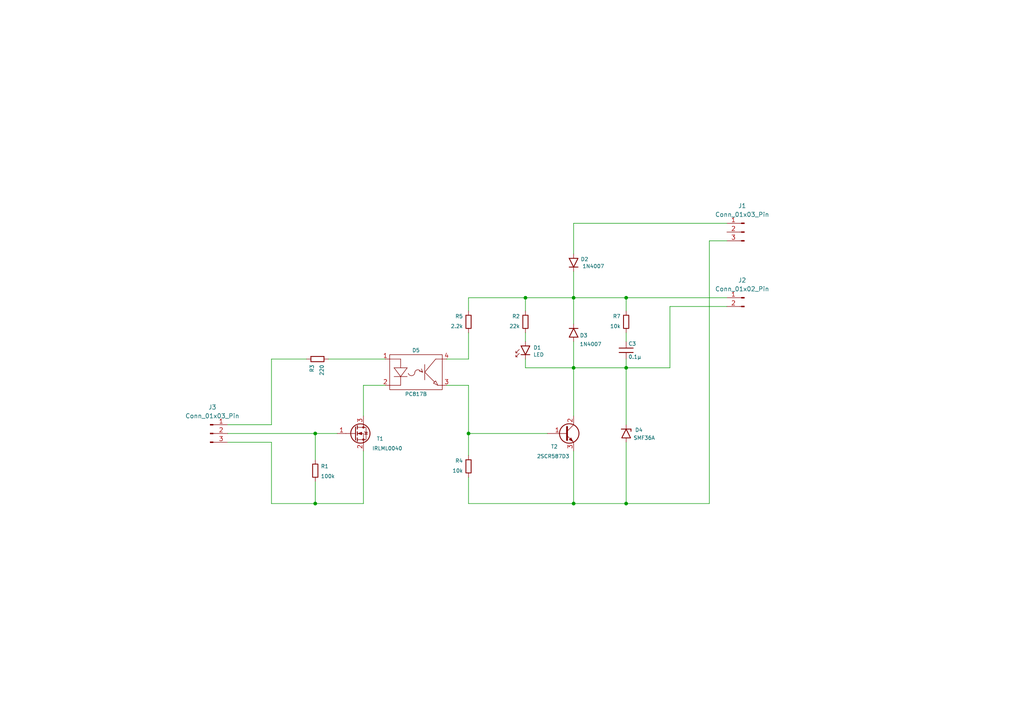
<source format=kicad_sch>
(kicad_sch (version 20231120) (generator "eeschema") (generator_version "8.0")
  (paper "A4")
  (lib_symbols
    (symbol "Connector:Conn_01x02_Pin" (pin_names (offset 1.016) hide)
      (property "Reference" "J" (at 0 2.54 0))
      (property "Value" "Conn_01x02_Pin" (at 0 -5.08 0))
      (symbol "Conn_01x02_Pin_1_1"
        (polyline (pts (xy 1.27 -2.54) (xy 0.8636 -2.54)) (stroke (width 0.1524)))
        (polyline (pts (xy 1.27 0) (xy 0.8636 0)) (stroke (width 0.1524)))
        (rectangle (start 0.8636 -2.413) (end 0 -2.667) (stroke (width 0.1524)) (fill (type outline)))
        (rectangle (start 0.8636 0.127) (end 0 -0.127) (stroke (width 0.1524)) (fill (type outline)))
        (pin passive line (at 5.08 0 180) (length 3.81) (name "Pin_1") (number "1"))
        (pin passive line (at 5.08 -2.54 180) (length 3.81) (name "Pin_2") (number "2"))
      )
    )
    (symbol "Connector:Conn_01x03_Pin" (pin_names (offset 1.016) hide)
      (property "Reference" "J" (at 0 5.08 0))
      (property "Value" "Conn_01x03_Pin" (at 0 -5.08 0))
      (symbol "Conn_01x03_Pin_1_1"
        (polyline (pts (xy 1.27 -2.54) (xy 0.8636 -2.54)) (stroke (width 0.1524)))
        (polyline (pts (xy 1.27 0) (xy 0.8636 0)) (stroke (width 0.1524)))
        (polyline (pts (xy 1.27 2.54) (xy 0.8636 2.54)) (stroke (width 0.1524)))
        (rectangle (start 0.8636 -2.413) (end 0 -2.667) (stroke (width 0.1524)) (fill (type outline)))
        (rectangle (start 0.8636 0.127) (end 0 -0.127) (stroke (width 0.1524)) (fill (type outline)))
        (rectangle (start 0.8636 2.667) (end 0 2.413) (stroke (width 0.1524)) (fill (type outline)))
        (pin passive line (at 5.08 2.54 180) (length 3.81) (name "Pin_1") (number "1"))
        (pin passive line (at 5.08 0 180) (length 3.81) (name "Pin_2") (number "2"))
        (pin passive line (at 5.08 -2.54 180) (length 3.81) (name "Pin_3") (number "3"))
      )
    )
    (symbol "SOD-123/Diode_1" (pin_numbers hide) (pin_names hide)
      (property "Reference" "D" (at 3.81 -1.27 0))
      (symbol "SOD-123/Diode_1_0_1"
        (polyline (pts (xy 0 -3.81) (xy 2.54 -3.81)) (stroke (width 0.254)))
        (polyline (pts (xy 0 -1.27) (xy 2.54 -1.27) (xy 1.27 -3.81) (xy 0 -1.27)) (stroke (width 0.254)))
      )
      (symbol "SOD-123/Diode_1_1_1"
        (pin passive line (at 1.27 -5.08 90) (length 1.27) (name "K") (number "1"))
        (pin passive line (at 1.27 0 270) (length 1.27) (name "A") (number "2"))
      )
    )
    (symbol "Secoh:0805/C" (pin_numbers hide) (pin_names hide)
      (property "Reference" "C" (at 4.699 -1.651 0))
      (symbol "0805/C_1_1"
        (polyline (pts (xy -0.762 -3.175) (xy 3.302 -3.175)) (stroke (width 0.254)))
        (polyline (pts (xy -0.762 -1.905) (xy 3.302 -1.905)) (stroke (width 0.254)))
        (pin passive line (at 1.27 0 270) (length 1.778) (name "~") (number "1"))
        (pin passive line (at 1.27 -5.08 90) (length 1.778) (name "~") (number "2"))
      )
    )
    (symbol "Secoh:0805/LED" (pin_numbers hide) (pin_names hide)
      (property "Reference" "D" (at 3.81 -1.27 0))
      (symbol "0805/LED_0_1"
        (polyline (pts (xy -1.524 -4.445) (xy -1.016 -4.445)))
        (polyline (pts (xy -1.524 -3.302) (xy -1.016 -3.302)))
        (polyline (pts (xy 0 -3.81) (xy 2.54 -3.81)) (stroke (width 0.254)))
        (polyline (pts (xy -0.508 -3.429) (xy -1.524 -4.445) (xy -1.524 -3.937)))
        (polyline (pts (xy -0.508 -2.286) (xy -1.524 -3.302) (xy -1.524 -2.794)))
        (polyline (pts (xy 0 -1.27) (xy 2.54 -1.27) (xy 1.27 -3.81) (xy 0 -1.27)) (stroke (width 0.254)))
      )
      (symbol "0805/LED_1_1"
        (pin passive line (at 1.27 -5.08 90) (length 1.27) (name "K") (number "1"))
        (pin passive line (at 1.27 0 270) (length 1.27) (name "A") (number "2"))
      )
    )
    (symbol "Secoh:0805/R" (pin_numbers hide) (pin_names hide)
      (property "Reference" "R" (at 3.302 -3.81 0))
      (symbol "0805/R_0_1"
        (rectangle (start 0.508 -2.54) (end 2.032 -6.35) (stroke (width 0.254)))
      )
      (symbol "0805/R_1_1"
        (pin passive line (at 1.27 -1.27 270) (length 1.27) (name "~") (number "1"))
        (pin passive line (at 1.27 -7.62 90) (length 1.27) (name "~") (number "2"))
      )
    )
    (symbol "Secoh:N-chan/IRLML0040_SOT-23" (pin_names hide)
      (property "Reference" "T" (at 5.08 1.27 0))
      (symbol "N-chan/IRLML0040_SOT-23_0_1"
        (polyline (pts (xy 0.254 0) (xy -2.54 0)))
        (polyline (pts (xy 0.254 1.905) (xy 0.254 -1.905)) (stroke (width 0.254)))
        (polyline (pts (xy 0.762 -1.27) (xy 0.762 -2.286)) (stroke (width 0.254)))
        (polyline (pts (xy 0.762 0.508) (xy 0.762 -0.508)) (stroke (width 0.254)))
        (polyline (pts (xy 0.762 2.286) (xy 0.762 1.27)) (stroke (width 0.254)))
        (polyline (pts (xy 2.54 2.54) (xy 2.54 1.778)))
        (polyline (pts (xy 2.54 -2.54) (xy 2.54 0) (xy 0.762 0)))
        (polyline (pts (xy 0.762 -1.778) (xy 3.302 -1.778) (xy 3.302 1.778) (xy 0.762 1.778)))
        (polyline (pts (xy 1.016 0) (xy 2.032 0.381) (xy 2.032 -0.381) (xy 1.016 0)) (fill (type outline)))
        (polyline (pts (xy 2.794 0.508) (xy 2.921 0.381) (xy 3.683 0.381) (xy 3.81 0.254)))
        (polyline (pts (xy 3.302 0.381) (xy 2.921 -0.254) (xy 3.683 -0.254) (xy 3.302 0.381)))
        (circle (center 1.651 0) (radius 2.794) (stroke (width 0.254)))
        (circle (center 2.54 -1.778) (radius 0.254) (fill (type outline)))
        (circle (center 2.54 1.778) (radius 0.254) (fill (type outline)))
      )
      (symbol "N-chan/IRLML0040_SOT-23_1_1"
        (pin input line (at -5.08 0 0) (length 2.54) (name "G") (number "1"))
        (pin passive line (at 2.54 -5.08 90) (length 2.54) (name "S") (number "2"))
        (pin passive line (at 2.54 5.08 270) (length 2.54) (name "D") (number "3"))
      )
    )
    (symbol "Secoh:NPN/2SCR587D3" (pin_names hide)
      (property "Reference" "T" (at 5.08 1.27 0))
      (symbol "NPN/2SCR587D3_0_1"
        (polyline (pts (xy 0.635 0.635) (xy 2.54 2.54)))
        (polyline (pts (xy 0.635 -0.635) (xy 2.54 -2.54) (xy 2.54 -2.54)))
        (polyline (pts (xy 0.635 1.905) (xy 0.635 -1.905) (xy 0.635 -1.905)) (stroke (width 0.508)))
        (polyline (pts (xy 1.27 -1.778) (xy 1.778 -1.27) (xy 2.286 -2.286) (xy 1.27 -1.778) (xy 1.27 -1.778)) (fill (type outline)))
        (circle (center 1.27 0) (radius 2.8194) (stroke (width 0.254)))
      )
      (symbol "NPN/2SCR587D3_1_1"
        (pin input line (at -5.08 0 0) (length 5.715) (name "B") (number "1"))
        (pin passive line (at 2.54 5.08 270) (length 2.54) (name "C") (number "2"))
        (pin passive line (at 2.54 -5.08 90) (length 2.54) (name "E") (number "3"))
      )
    )
    (symbol "Secoh:Optos/PC817B"
      (property "Reference" "D5" (at 0 6.35 0))
      (property "Value" "PC817B" (at 0 -6.35 0))
      (symbol "Optos/PC817B_0_0"
        (rectangle (start -7.62 5.08) (end 7.62 -5.08) (stroke (width 0.1524)))
        (arc (start -2.2352 -0.3302) (mid -1.1026 -1.0063) (end -0.3302 0) (stroke (width 0.1524)))
        (polyline (pts (xy -6.35 1.27) (xy -4.445 -1.27)) (stroke (width 0.1524)))
        (polyline (pts (xy -4.445 -3.81) (xy -8.89 -3.81)) (stroke (width 0.1524)))
        (polyline (pts (xy -4.445 -3.81) (xy -4.445 -1.27)) (stroke (width 0.1524)))
        (polyline (pts (xy -4.445 3.81) (xy -8.89 3.81)) (stroke (width 0.1524)))
        (polyline (pts (xy -4.445 3.81) (xy -4.445 1.27)) (stroke (width 0.1524)))
        (polyline (pts (xy -2.54 -1.27) (xy -6.35 -1.27)) (stroke (width 0.1524)))
        (polyline (pts (xy -2.54 1.27) (xy -6.35 1.27)) (stroke (width 0.1524)))
        (polyline (pts (xy -2.54 1.27) (xy -4.445 -1.27)) (stroke (width 0.1524)))
        (polyline (pts (xy 0.9652 0.3302) (xy 1.905 0)) (stroke (width 0.1524)))
        (polyline (pts (xy 1.6002 0.9652) (xy 1.905 0)) (stroke (width 0.1524)))
        (polyline (pts (xy 1.905 0) (xy 1.6002 0.3302)) (stroke (width 0.1524)))
        (polyline (pts (xy 2.54 -2.2352) (xy 2.54 2.2352)) (stroke (width 0.1524)))
        (polyline (pts (xy 5.08 -3.175) (xy 6.35 -3.81)) (stroke (width 0.1524)))
        (polyline (pts (xy 5.4102 -2.8702) (xy 2.54 0)) (stroke (width 0.1524)))
        (polyline (pts (xy 5.715 -2.54) (xy 5.08 -3.175)) (stroke (width 0.1524)))
        (polyline (pts (xy 5.715 -2.54) (xy 6.35 -3.81)) (stroke (width 0.1524)))
        (polyline (pts (xy 5.715 3.81) (xy 2.54 0)) (stroke (width 0.1524)))
        (polyline (pts (xy 5.715 3.81) (xy 8.89 3.81)) (stroke (width 0.1524)))
        (polyline (pts (xy 6.35 -3.81) (xy 8.89 -3.81)) (stroke (width 0.1524)))
        (arc (start 1.27 0.3302) (mid 0.465 0.6952) (end -0.3302 0) (stroke (width 0.1524)))
      )
      (symbol "Optos/PC817B_1_0"
        (pin passive line (at -8.89 3.81 0) (length 0.0005) (name "D+") (number "1"))
        (pin passive line (at -8.89 -3.81 0) (length 0.0005) (name "D-") (number "2"))
        (pin passive line (at 8.89 -3.81 180) (length 0.0005) (name "C") (number "3"))
        (pin passive line (at 8.89 3.81 180) (length 0.0005) (name "C") (number "4"))
      )
    )
    (symbol "Secoh:SOD-123/Diode" (pin_numbers hide) (pin_names hide)
      (property "Reference" "D" (at 3.81 -1.27 0))
      (symbol "SOD-123/Diode_0_1"
        (polyline (pts (xy 0 -3.81) (xy 2.54 -3.81)) (stroke (width 0.254)))
        (polyline (pts (xy 0 -1.27) (xy 2.54 -1.27) (xy 1.27 -3.81) (xy 0 -1.27)) (stroke (width 0.254)))
      )
      (symbol "SOD-123/Diode_1_1"
        (pin passive line (at 1.27 -5.08 90) (length 1.27) (name "K") (number "1"))
        (pin passive line (at 1.27 0 270) (length 1.27) (name "A") (number "2"))
      )
    )
    (symbol "Secoh:SOD-123/Zener" (pin_numbers hide) (pin_names hide)
      (property "Reference" "D" (at 3.81 -1.27 0))
      (symbol "SOD-123/Zener_0_1"
        (polyline (pts (xy -0.127 -3.81) (xy 2.667 -3.81)) (stroke (width 0.254)))
        (polyline (pts (xy 0 -1.27) (xy 2.54 -1.27) (xy 1.27 -3.81) (xy 0 -1.27)) (stroke (width 0.254)))
      )
      (symbol "SOD-123/Zener_1_1"
        (polyline (pts (xy -0.127 -3.81) (xy -0.127 -3.175)) (stroke (width 0.254)))
        (pin passive line (at 1.27 -5.08 90) (length 1.27) (name "K") (number "1"))
        (pin passive line (at 1.27 0 270) (length 1.27) (name "A") (number "2"))
      )
    )
  )
  (junction (at 91.44 125.73))
  (junction (at 152.4 86.36))
  (junction (at 135.89 125.73))
  (junction (at 91.44 146.05))
  (junction (at 181.61 106.68))
  (junction (at 166.37 146.05))
  (junction (at 181.61 146.05))
  (junction (at 166.37 86.36))
  (junction (at 166.37 106.68))
  (junction (at 181.61 86.36))
  (wire (pts (xy 105.41 130.81) (xy 105.41 146.05)))
  (wire (pts (xy 181.61 86.36) (xy 210.82 86.36)))
  (wire (pts (xy 181.61 106.68) (xy 194.31 106.68)))
  (wire (pts (xy 105.41 111.76) (xy 105.41 120.65)))
  (wire (pts (xy 91.44 146.05) (xy 91.44 139.7)) (stroke (width 0.1524)))
  (wire (pts (xy 152.4 106.68) (xy 166.37 106.68)))
  (wire (pts (xy 78.74 104.14) (xy 78.74 123.19)))
  (wire (pts (xy 78.74 104.14) (xy 88.9 104.14)))
  (wire (pts (xy 181.61 146.05) (xy 205.74 146.05)))
  (wire (pts (xy 135.89 86.36) (xy 152.4 86.36)) (stroke (width 0.1524)))
  (wire (pts (xy 135.89 146.05) (xy 166.37 146.05)))
  (wire (pts (xy 181.61 99.06) (xy 181.61 96.52)) (stroke (width 0.1524)))
  (wire (pts (xy 91.44 125.73) (xy 97.79 125.73)))
  (wire (pts (xy 210.82 88.9) (xy 194.31 88.9)))
  (wire (pts (xy 91.44 133.35) (xy 91.44 125.73)) (stroke (width 0.1524)))
  (wire (pts (xy 166.37 106.68) (xy 181.61 106.68)) (stroke (width 0.1524)))
  (wire (pts (xy 210.82 69.85) (xy 205.74 69.85)))
  (wire (pts (xy 135.89 125.73) (xy 135.89 111.76)) (stroke (width 0.1524)))
  (wire (pts (xy 205.74 69.85) (xy 205.74 146.05)))
  (wire (pts (xy 135.89 146.05) (xy 135.89 138.43)))
  (wire (pts (xy 152.4 86.36) (xy 152.4 90.17)))
  (wire (pts (xy 194.31 88.9) (xy 194.31 106.68)))
  (wire (pts (xy 135.89 125.73) (xy 158.75 125.73)) (stroke (width 0.1524)))
  (wire (pts (xy 166.37 130.81) (xy 166.37 146.05)))
  (wire (pts (xy 181.61 106.68) (xy 181.61 104.14)) (stroke (width 0.1524)))
  (wire (pts (xy 78.74 123.19) (xy 66.04 123.19)))
  (wire (pts (xy 129.54 111.76) (xy 135.89 111.76)))
  (wire (pts (xy 166.37 86.36) (xy 166.37 93.98)))
  (wire (pts (xy 78.74 146.05) (xy 78.74 128.27)) (stroke (width 0.1524)))
  (wire (pts (xy 181.61 90.17) (xy 181.61 86.36)) (stroke (width 0.1524)))
  (wire (pts (xy 91.44 146.05) (xy 78.74 146.05)) (stroke (width 0.1524)))
  (wire (pts (xy 166.37 78.74) (xy 166.37 86.36)) (stroke (width 0.1524)))
  (wire (pts (xy 111.76 111.76) (xy 105.41 111.76)) (stroke (width 0.1524)))
  (wire (pts (xy 111.76 104.14) (xy 95.25 104.14)) (stroke (width 0.1524)))
  (wire (pts (xy 91.44 146.05) (xy 105.41 146.05)) (stroke (width 0.1524)))
  (wire (pts (xy 152.4 104.14) (xy 152.4 106.68)))
  (wire (pts (xy 166.37 120.65) (xy 166.37 106.68)) (stroke (width 0.1524)))
  (wire (pts (xy 66.04 128.27) (xy 78.74 128.27)) (stroke (width 0.1524)))
  (wire (pts (xy 166.37 146.05) (xy 181.61 146.05)))
  (wire (pts (xy 181.61 106.68) (xy 181.61 123.19)))
  (wire (pts (xy 66.04 125.73) (xy 91.44 125.73)) (stroke (width 0.1524)))
  (wire (pts (xy 181.61 86.36) (xy 166.37 86.36)) (stroke (width 0.1524)))
  (wire (pts (xy 135.89 86.36) (xy 135.89 90.17)) (stroke (width 0.1524)))
  (wire (pts (xy 129.54 104.14) (xy 135.89 104.14)))
  (wire (pts (xy 166.37 99.06) (xy 166.37 106.68)))
  (wire (pts (xy 152.4 96.52) (xy 152.4 99.06)))
  (wire (pts (xy 166.37 64.77) (xy 166.37 73.66)))
  (wire (pts (xy 135.89 132.08) (xy 135.89 125.73)) (stroke (width 0.1524)))
  (wire (pts (xy 181.61 128.27) (xy 181.61 146.05)))
  (wire (pts (xy 152.4 86.36) (xy 166.37 86.36)) (stroke (width 0.1524)))
  (wire (pts (xy 135.89 104.14) (xy 135.89 96.52)) (stroke (width 0.1524)))
  (wire (pts (xy 210.82 64.77) (xy 166.37 64.77)))
  (symbol (lib_id "Secoh:0805/R") (at 96.52 102.87 270) (unit 1)
    (property "Reference" "R3" (at 90.4748 105.7402 0) (effects (font (size 1.0668 1.0668)) (justify left)))
    (property "Value" "220" (at 93.345 105.7402 0) (effects (font (size 1.0668 1.0668)) (justify left)))
    (property "Footprint" "Resistor_SMD:R_0805_2012Metric_Pad1.20x1.40mm_HandSolder" (effects (hide yes)))
    (property "Sim.Device" "R" (effects (hide yes)))
    (property "Sim.Params" "R=${VALUE}" (effects (hide yes)))
  )
  (symbol (lib_id "Connector:Conn_01x02_Pin") (at 215.9 86.36 0) (mirror y) (unit 1)
    (property "Reference" "J2" (at 215.265 81.28 0))
    (property "Value" "Conn_01x02_Pin" (at 215.265 83.82 0))
    (property "Footprint" "Connector_Molex:Molex_KK-396_A-41791-0002_1x02_P3.96mm_Vertical" (effects (hide yes)))
    (property "Description" "Generic connector, single row, 01x02, script generated" (effects (hide yes)))
  )
  (symbol (lib_id "Secoh:0805/R") (at 137.16 139.7 180) (unit 1)
    (property "Reference" "R4" (at 134.2898 133.6548 0) (effects (font (size 1.0668 1.0668)) (justify left)))
    (property "Value" "10k" (at 134.2898 136.525 0) (effects (font (size 1.0668 1.0668)) (justify left)))
    (property "Footprint" "Resistor_SMD:R_0805_2012Metric_Pad1.20x1.40mm_HandSolder" (effects (hide yes)))
    (property "Sim.Device" "R" (effects (hide yes)))
    (property "Sim.Params" "R=${VALUE}" (effects (hide yes)))
  )
  (symbol (lib_id "Secoh:N-chan/IRLML0040_SOT-23") (at 102.87 125.73 0) (unit 1)
    (property "Reference" "T1" (at 109.22 127.254 0) (effects (font (size 1.0668 1.0668)) (justify left)))
    (property "Value" "IRLML0040" (at 107.95 130.048 0) (effects (font (size 1.0668 1.0668)) (justify left)))
    (property "Footprint" "Package_TO_SOT_SMD:SOT-23_Handsoldering" (effects (hide yes)))
    (property "Description" "N-MOSFET transistor, gate/source/drain" (effects (hide yes)))
    (property "Sim.Device" "SPICE" (effects (hide yes)))
    (property "Sim.Params" "model=\"IRLML0040\"" (effects (hide yes)))
  )
  (symbol (lib_id "Secoh:0805/R") (at 90.17 132.08 0) (unit 1)
    (property "Reference" "R1" (at 93.0402 135.255 0) (effects (font (size 1.0668 1.0668)) (justify left)))
    (property "Value" "100k" (at 93.0402 138.1252 0) (effects (font (size 1.0668 1.0668)) (justify left)))
    (property "Footprint" "Resistor_SMD:R_0805_2012Metric_Pad1.20x1.40mm_HandSolder" (effects (hide yes)))
    (property "Sim.Device" "R" (effects (hide yes)))
    (property "Sim.Params" "R=${VALUE}" (effects (hide yes)))
  )
  (symbol (lib_id "Secoh:0805/C") (at 180.34 99.06 0) (unit 1)
    (property "Reference" "C3" (at 182.245 99.695 0) (effects (font (size 1.0668 1.0668)) (justify left)))
    (property "Value" "0.1µ" (at 182.245 103.505 0) (effects (font (size 1.0668 1.0668)) (justify left)))
    (property "Footprint" "Capacitor_SMD:C_0805_2012Metric_Pad1.18x1.45mm_HandSolder" (effects (hide yes)))
    (property "Sim.Device" "C" (effects (hide yes)))
    (property "Sim.Params" "C=${VALUE}" (effects (hide yes)))
  )
  (symbol (lib_id "Secoh:0805/R") (at 153.67 97.79 180) (unit 1)
    (property "Reference" "R2" (at 150.7998 91.7448 0) (effects (font (size 1.0668 1.0668)) (justify left)))
    (property "Value" "22k" (at 150.7998 94.615 0) (effects (font (size 1.0668 1.0668)) (justify left)))
    (property "Footprint" "Resistor_SMD:R_0805_2012Metric_Pad1.20x1.40mm_HandSolder" (effects (hide yes)))
    (property "Sim.Device" "R" (effects (hide yes)))
    (property "Sim.Params" "R=${VALUE}" (effects (hide yes)))
  )
  (symbol (lib_id "Secoh:Optos/PC817B") (at 120.65 107.95 0) (unit 1)
    (property "Reference" "D5" (at 120.65 101.6 0) (effects (font (size 1.0668 1.0668))))
    (property "Value" "PC817B" (at 120.65 114.3 0) (effects (font (size 1.0668 1.0668))))
    (property "Footprint" "Secoh:APC-817-SL" (effects (hide yes)))
    (property "Value2" "PC817 Igain=1.5m" (effects (hide yes)))
    (property "Sim.Device" "SUBCKT" (effects (hide yes)))
    (property "Sim.Params" "model=\"PC817B\"" (effects (hide yes)))
  )
  (symbol (lib_id "Secoh:0805/R") (at 137.16 97.79 180) (unit 1)
    (property "Reference" "R5" (at 134.2898 91.7448 0) (effects (font (size 1.0668 1.0668)) (justify left)))
    (property "Value" "2.2k" (at 134.2898 94.615 0) (effects (font (size 1.0668 1.0668)) (justify left)))
    (property "Footprint" "Resistor_SMD:R_0805_2012Metric_Pad1.20x1.40mm_HandSolder" (effects (hide yes)))
    (property "Sim.Device" "R" (effects (hide yes)))
    (property "Sim.Params" "R=${VALUE}" (effects (hide yes)))
  )
  (symbol (lib_id "Secoh:SOD-123/Diode") (at 165.1 73.66 0) (unit 1)
    (property "Reference" "D2" (at 168.402 75.184 0) (effects (font (size 1.0668 1.0668)) (justify left)))
    (property "Value" "1N4007" (at 168.91 77.216 0) (effects (font (size 1.0668 1.0668)) (justify left)))
    (property "Footprint" "Secoh:D_SOD-123F_hand_soldering" (effects (hide yes)))
    (property "Datasheet" "http://www.vishay.com/docs/88503/1n4001.pdf" (effects (hide yes)))
    (property "Description" "1000V 1A General Purpose Rectifier Diode, DO-41" (effects (hide yes)))
    (property "Sim.Device" "D" (effects (hide yes)))
    (property "Sim.Params" "model=\"D\"" (effects (hide yes)))
    (property "Sim.Pins" "1=K 2=A" (effects (hide yes)))
  )
  (symbol (lib_id "Secoh:SOD-123/Zener") (at 182.88 128.27 180) (unit 1)
    (property "Reference" "D4" (at 186.436 124.714 0) (effects (font (size 1.0668 1.0668)) (justify left)))
    (property "Value" "SMF36A" (at 189.992 127 0) (effects (font (size 1.0668 1.0668)) (justify left)))
    (property "Footprint" "Secoh:D_SOD-123F_hand_soldering" (effects (hide yes)))
    (property "Datasheet" "https://www.vishay.com/doc?85881" (effects (hide yes)))
    (property "Description" "200W unidirectional Transil Transient Voltage Suppressor, 36Vrwm, SMF" (effects (hide yes)))
    (property "Sim.Device" "SPICE" (effects (hide yes)))
    (property "Sim.Params" "model=\"TFZV36B\"" (effects (hide yes)))
  )
  (symbol (lib_id "Secoh:0805/LED") (at 151.13 99.06 0) (unit 1)
    (property "Reference" "D1" (at 154.686 100.838 0) (effects (font (size 1.0668 1.0668)) (justify left)))
    (property "Value" "LED" (at 154.686 102.87 0) (effects (font (size 1.0668 1.0668)) (justify left)))
    (property "Footprint" "Secoh:LED_0805" (effects (hide yes)))
    (property "Description" "Diode" (effects (hide yes)))
    (property "Sim.Device" "D" (effects (hide yes)))
    (property "Sim.Params" "model=\"D\"" (effects (hide yes)))
    (property "Sim.Pins" "1=K 2=A" (effects (hide yes)))
  )
  (symbol (lib_id "Connector:Conn_01x03_Pin") (at 215.9 67.31 0) (mirror y) (unit 1)
    (property "Reference" "J1" (at 215.265 59.69 0))
    (property "Value" "Conn_01x03_Pin" (at 215.265 62.23 0))
    (property "Footprint" "Connector_Molex:Molex_KK-396_A-41791-0003_1x03_P3.96mm_Vertical" (effects (hide yes)))
    (property "Description" "Generic connector, single row, 01x03, script generated" (effects (hide yes)))
  )
  (symbol (lib_name "SOD-123/Diode_1") (lib_id "Secoh:SOD-123/Diode") (at 167.64 99.06 180) (unit 1)
    (property "Reference" "D3" (at 170.434 97.282 0) (effects (font (size 1.0668 1.0668)) (justify left)))
    (property "Value" "1N4007" (at 174.498 99.822 0) (effects (font (size 1.0668 1.0668)) (justify left)))
    (property "Footprint" "Secoh:D_SOD-123F_hand_soldering" (effects (hide yes)))
    (property "Datasheet" "http://www.vishay.com/docs/88503/1n4001.pdf" (effects (hide yes)))
    (property "Description" "1000V 1A General Purpose Rectifier Diode, DO-41" (effects (hide yes)))
    (property "Sim.Device" "D" (effects (hide yes)))
    (property "Sim.Params" "model=\"1N914\"" (effects (hide yes)))
    (property "Sim.Pins" "1=K 2=A" (effects (hide yes)))
  )
  (symbol (lib_id "Connector:Conn_01x03_Pin") (at 60.96 125.73 0) (unit 1)
    (property "Reference" "J3" (at 61.595 118.11 0))
    (property "Value" "Conn_01x03_Pin" (at 61.595 120.65 0))
    (property "Footprint" "Connector_PinHeader_2.54mm:PinHeader_1x03_P2.54mm_Vertical" (effects (hide yes)))
    (property "Description" "Generic connector, single row, 01x03, script generated" (effects (hide yes)))
  )
  (symbol (lib_id "Secoh:NPN/2SCR587D3") (at 163.83 125.73 0) (unit 1)
    (property "Reference" "T2" (at 159.766 129.54 0) (effects (font (size 1.0668 1.0668)) (justify left)))
    (property "Value" "2SCR587D3" (at 155.702 132.334 0) (effects (font (size 1.0668 1.0668)) (justify left)))
    (property "Footprint" "Package_TO_SOT_SMD:TO-252-2" (effects (hide yes)))
    (property "Description" "NPN transistor, base/collector/emitter" (effects (hide yes)))
    (property "Sim.Device" "SPICE" (effects (hide yes)))
    (property "Sim.Params" "model=\"2SCR587D3\"" (effects (hide yes)))
  )
  (symbol (lib_id "Secoh:0805/R") (at 182.88 97.79 180) (unit 1)
    (property "Reference" "R7" (at 180.0098 91.7448 0) (effects (font (size 1.0668 1.0668)) (justify left)))
    (property "Value" "10k" (at 180.0098 94.615 0) (effects (font (size 1.0668 1.0668)) (justify left)))
    (property "Footprint" "Resistor_SMD:R_0805_2012Metric_Pad1.20x1.40mm_HandSolder" (effects (hide yes)))
    (property "Sim.Device" "R" (effects (hide yes)))
    (property "Sim.Params" "R=${VALUE}" (effects (hide yes)))
  )
)
</source>
